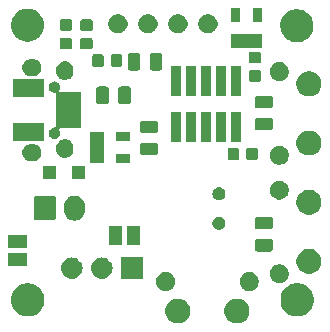
<source format=gbr>
G04 #@! TF.GenerationSoftware,KiCad,Pcbnew,(5.0.1)-rc2*
G04 #@! TF.CreationDate,2019-05-10T17:14:01-07:00*
G04 #@! TF.ProjectId,bullercounter,62756C6C6572636F756E7465722E6B69,rev?*
G04 #@! TF.SameCoordinates,Original*
G04 #@! TF.FileFunction,Soldermask,Top*
G04 #@! TF.FilePolarity,Negative*
%FSLAX46Y46*%
G04 Gerber Fmt 4.6, Leading zero omitted, Abs format (unit mm)*
G04 Created by KiCad (PCBNEW (5.0.1)-rc2) date 5/10/2019 5:14:01 PM*
%MOMM*%
%LPD*%
G01*
G04 APERTURE LIST*
%ADD10C,0.100000*%
G04 APERTURE END LIST*
D10*
G36*
X199950565Y-128105209D02*
X200141834Y-128184435D01*
X200313976Y-128299457D01*
X200460363Y-128445844D01*
X200575385Y-128617986D01*
X200654611Y-128809255D01*
X200695000Y-129012304D01*
X200695000Y-129219336D01*
X200654611Y-129422385D01*
X200575385Y-129613654D01*
X200460363Y-129785796D01*
X200313976Y-129932183D01*
X200141834Y-130047205D01*
X199950565Y-130126431D01*
X199747516Y-130166820D01*
X199540484Y-130166820D01*
X199337435Y-130126431D01*
X199146166Y-130047205D01*
X198974024Y-129932183D01*
X198827637Y-129785796D01*
X198712615Y-129613654D01*
X198633389Y-129422385D01*
X198593000Y-129219336D01*
X198593000Y-129012304D01*
X198633389Y-128809255D01*
X198712615Y-128617986D01*
X198827637Y-128445844D01*
X198974024Y-128299457D01*
X199146166Y-128184435D01*
X199337435Y-128105209D01*
X199540484Y-128064820D01*
X199747516Y-128064820D01*
X199950565Y-128105209D01*
X199950565Y-128105209D01*
G37*
G36*
X194950565Y-128105209D02*
X195141834Y-128184435D01*
X195313976Y-128299457D01*
X195460363Y-128445844D01*
X195575385Y-128617986D01*
X195654611Y-128809255D01*
X195695000Y-129012304D01*
X195695000Y-129219336D01*
X195654611Y-129422385D01*
X195575385Y-129613654D01*
X195460363Y-129785796D01*
X195313976Y-129932183D01*
X195141834Y-130047205D01*
X194950565Y-130126431D01*
X194747516Y-130166820D01*
X194540484Y-130166820D01*
X194337435Y-130126431D01*
X194146166Y-130047205D01*
X193974024Y-129932183D01*
X193827637Y-129785796D01*
X193712615Y-129613654D01*
X193633389Y-129422385D01*
X193593000Y-129219336D01*
X193593000Y-129012304D01*
X193633389Y-128809255D01*
X193712615Y-128617986D01*
X193827637Y-128445844D01*
X193974024Y-128299457D01*
X194146166Y-128184435D01*
X194337435Y-128105209D01*
X194540484Y-128064820D01*
X194747516Y-128064820D01*
X194950565Y-128105209D01*
X194950565Y-128105209D01*
G37*
G36*
X182256093Y-126803293D02*
X182346317Y-126821239D01*
X182414455Y-126849463D01*
X182601281Y-126926849D01*
X182830749Y-127080174D01*
X183025886Y-127275311D01*
X183179211Y-127504779D01*
X183284821Y-127759744D01*
X183338660Y-128030412D01*
X183338660Y-128306388D01*
X183284821Y-128577056D01*
X183179211Y-128832021D01*
X183025886Y-129061489D01*
X182830749Y-129256626D01*
X182601281Y-129409951D01*
X182451927Y-129471815D01*
X182346317Y-129515561D01*
X182256093Y-129533507D01*
X182075648Y-129569400D01*
X181799672Y-129569400D01*
X181619227Y-129533507D01*
X181529003Y-129515561D01*
X181423393Y-129471815D01*
X181274039Y-129409951D01*
X181044571Y-129256626D01*
X180849434Y-129061489D01*
X180696109Y-128832021D01*
X180590499Y-128577056D01*
X180536660Y-128306388D01*
X180536660Y-128030412D01*
X180590499Y-127759744D01*
X180696109Y-127504779D01*
X180849434Y-127275311D01*
X181044571Y-127080174D01*
X181274039Y-126926849D01*
X181460865Y-126849463D01*
X181529003Y-126821239D01*
X181619227Y-126803293D01*
X181799672Y-126767400D01*
X182075648Y-126767400D01*
X182256093Y-126803293D01*
X182256093Y-126803293D01*
G37*
G36*
X205057673Y-126803293D02*
X205147897Y-126821239D01*
X205216035Y-126849463D01*
X205402861Y-126926849D01*
X205632329Y-127080174D01*
X205827466Y-127275311D01*
X205980791Y-127504779D01*
X206086401Y-127759744D01*
X206140240Y-128030412D01*
X206140240Y-128306388D01*
X206086401Y-128577056D01*
X205980791Y-128832021D01*
X205827466Y-129061489D01*
X205632329Y-129256626D01*
X205402861Y-129409951D01*
X205253507Y-129471815D01*
X205147897Y-129515561D01*
X205057673Y-129533507D01*
X204877228Y-129569400D01*
X204601252Y-129569400D01*
X204420807Y-129533507D01*
X204330583Y-129515561D01*
X204224973Y-129471815D01*
X204075619Y-129409951D01*
X203846151Y-129256626D01*
X203651014Y-129061489D01*
X203497689Y-128832021D01*
X203392079Y-128577056D01*
X203338240Y-128306388D01*
X203338240Y-128030412D01*
X203392079Y-127759744D01*
X203497689Y-127504779D01*
X203651014Y-127275311D01*
X203846151Y-127080174D01*
X204075619Y-126926849D01*
X204262445Y-126849463D01*
X204330583Y-126821239D01*
X204420807Y-126803293D01*
X204601252Y-126767400D01*
X204877228Y-126767400D01*
X205057673Y-126803293D01*
X205057673Y-126803293D01*
G37*
G36*
X200917643Y-125845601D02*
X201063415Y-125905982D01*
X201194611Y-125993644D01*
X201306176Y-126105209D01*
X201393838Y-126236405D01*
X201454219Y-126382177D01*
X201485000Y-126536927D01*
X201485000Y-126694713D01*
X201454219Y-126849463D01*
X201393838Y-126995235D01*
X201306176Y-127126431D01*
X201194611Y-127237996D01*
X201063415Y-127325658D01*
X200917643Y-127386039D01*
X200762893Y-127416820D01*
X200605107Y-127416820D01*
X200450357Y-127386039D01*
X200304585Y-127325658D01*
X200173389Y-127237996D01*
X200061824Y-127126431D01*
X199974162Y-126995235D01*
X199913781Y-126849463D01*
X199883000Y-126694713D01*
X199883000Y-126536927D01*
X199913781Y-126382177D01*
X199974162Y-126236405D01*
X200061824Y-126105209D01*
X200173389Y-125993644D01*
X200304585Y-125905982D01*
X200450357Y-125845601D01*
X200605107Y-125814820D01*
X200762893Y-125814820D01*
X200917643Y-125845601D01*
X200917643Y-125845601D01*
G37*
G36*
X193837643Y-125845601D02*
X193983415Y-125905982D01*
X194114611Y-125993644D01*
X194226176Y-126105209D01*
X194313838Y-126236405D01*
X194374219Y-126382177D01*
X194405000Y-126536927D01*
X194405000Y-126694713D01*
X194374219Y-126849463D01*
X194313838Y-126995235D01*
X194226176Y-127126431D01*
X194114611Y-127237996D01*
X193983415Y-127325658D01*
X193837643Y-127386039D01*
X193682893Y-127416820D01*
X193525107Y-127416820D01*
X193370357Y-127386039D01*
X193224585Y-127325658D01*
X193093389Y-127237996D01*
X192981824Y-127126431D01*
X192894162Y-126995235D01*
X192833781Y-126849463D01*
X192803000Y-126694713D01*
X192803000Y-126536927D01*
X192833781Y-126382177D01*
X192894162Y-126236405D01*
X192981824Y-126105209D01*
X193093389Y-125993644D01*
X193224585Y-125905982D01*
X193370357Y-125845601D01*
X193525107Y-125814820D01*
X193682893Y-125814820D01*
X193837643Y-125845601D01*
X193837643Y-125845601D01*
G37*
G36*
X203473643Y-125181781D02*
X203619415Y-125242162D01*
X203750611Y-125329824D01*
X203862176Y-125441389D01*
X203949838Y-125572585D01*
X204010219Y-125718357D01*
X204041000Y-125873107D01*
X204041000Y-126030893D01*
X204010219Y-126185643D01*
X203949838Y-126331415D01*
X203862176Y-126462611D01*
X203750611Y-126574176D01*
X203619415Y-126661838D01*
X203473643Y-126722219D01*
X203318893Y-126753000D01*
X203161107Y-126753000D01*
X203006357Y-126722219D01*
X202860585Y-126661838D01*
X202729389Y-126574176D01*
X202617824Y-126462611D01*
X202530162Y-126331415D01*
X202469781Y-126185643D01*
X202439000Y-126030893D01*
X202439000Y-125873107D01*
X202469781Y-125718357D01*
X202530162Y-125572585D01*
X202617824Y-125441389D01*
X202729389Y-125329824D01*
X202860585Y-125242162D01*
X203006357Y-125181781D01*
X203161107Y-125151000D01*
X203318893Y-125151000D01*
X203473643Y-125181781D01*
X203473643Y-125181781D01*
G37*
G36*
X185784443Y-124581519D02*
X185850627Y-124588037D01*
X185963853Y-124622384D01*
X186020467Y-124639557D01*
X186159087Y-124713652D01*
X186176991Y-124723222D01*
X186212729Y-124752552D01*
X186314186Y-124835814D01*
X186397448Y-124937271D01*
X186426778Y-124973009D01*
X186426779Y-124973011D01*
X186510443Y-125129533D01*
X186510443Y-125129534D01*
X186561963Y-125299373D01*
X186579359Y-125476000D01*
X186561963Y-125652627D01*
X186542024Y-125718357D01*
X186510443Y-125822467D01*
X186465802Y-125905983D01*
X186426778Y-125978991D01*
X186397448Y-126014729D01*
X186314186Y-126116186D01*
X186229551Y-126185643D01*
X186176991Y-126228778D01*
X186176989Y-126228779D01*
X186020467Y-126312443D01*
X185963853Y-126329616D01*
X185850627Y-126363963D01*
X185784442Y-126370482D01*
X185718260Y-126377000D01*
X185629740Y-126377000D01*
X185563558Y-126370482D01*
X185497373Y-126363963D01*
X185384147Y-126329616D01*
X185327533Y-126312443D01*
X185171011Y-126228779D01*
X185171009Y-126228778D01*
X185118449Y-126185643D01*
X185033814Y-126116186D01*
X184950552Y-126014729D01*
X184921222Y-125978991D01*
X184882198Y-125905983D01*
X184837557Y-125822467D01*
X184805976Y-125718357D01*
X184786037Y-125652627D01*
X184768641Y-125476000D01*
X184786037Y-125299373D01*
X184837557Y-125129534D01*
X184837557Y-125129533D01*
X184921221Y-124973011D01*
X184921222Y-124973009D01*
X184950552Y-124937271D01*
X185033814Y-124835814D01*
X185135271Y-124752552D01*
X185171009Y-124723222D01*
X185188913Y-124713652D01*
X185327533Y-124639557D01*
X185384147Y-124622384D01*
X185497373Y-124588037D01*
X185563557Y-124581519D01*
X185629740Y-124575000D01*
X185718260Y-124575000D01*
X185784443Y-124581519D01*
X185784443Y-124581519D01*
G37*
G36*
X191655000Y-126377000D02*
X189853000Y-126377000D01*
X189853000Y-124575000D01*
X191655000Y-124575000D01*
X191655000Y-126377000D01*
X191655000Y-126377000D01*
G37*
G36*
X188324443Y-124581519D02*
X188390627Y-124588037D01*
X188503853Y-124622384D01*
X188560467Y-124639557D01*
X188699087Y-124713652D01*
X188716991Y-124723222D01*
X188752729Y-124752552D01*
X188854186Y-124835814D01*
X188937448Y-124937271D01*
X188966778Y-124973009D01*
X188966779Y-124973011D01*
X189050443Y-125129533D01*
X189050443Y-125129534D01*
X189101963Y-125299373D01*
X189119359Y-125476000D01*
X189101963Y-125652627D01*
X189082024Y-125718357D01*
X189050443Y-125822467D01*
X189005802Y-125905983D01*
X188966778Y-125978991D01*
X188937448Y-126014729D01*
X188854186Y-126116186D01*
X188769551Y-126185643D01*
X188716991Y-126228778D01*
X188716989Y-126228779D01*
X188560467Y-126312443D01*
X188503853Y-126329616D01*
X188390627Y-126363963D01*
X188324442Y-126370482D01*
X188258260Y-126377000D01*
X188169740Y-126377000D01*
X188103558Y-126370482D01*
X188037373Y-126363963D01*
X187924147Y-126329616D01*
X187867533Y-126312443D01*
X187711011Y-126228779D01*
X187711009Y-126228778D01*
X187658449Y-126185643D01*
X187573814Y-126116186D01*
X187490552Y-126014729D01*
X187461222Y-125978991D01*
X187422198Y-125905983D01*
X187377557Y-125822467D01*
X187345976Y-125718357D01*
X187326037Y-125652627D01*
X187308641Y-125476000D01*
X187326037Y-125299373D01*
X187377557Y-125129534D01*
X187377557Y-125129533D01*
X187461221Y-124973011D01*
X187461222Y-124973009D01*
X187490552Y-124937271D01*
X187573814Y-124835814D01*
X187675271Y-124752552D01*
X187711009Y-124723222D01*
X187728913Y-124713652D01*
X187867533Y-124639557D01*
X187924147Y-124622384D01*
X188037373Y-124588037D01*
X188103557Y-124581519D01*
X188169740Y-124575000D01*
X188258260Y-124575000D01*
X188324443Y-124581519D01*
X188324443Y-124581519D01*
G37*
G36*
X206046565Y-123901389D02*
X206237834Y-123980615D01*
X206409976Y-124095637D01*
X206556363Y-124242024D01*
X206671385Y-124414166D01*
X206750611Y-124605435D01*
X206791000Y-124808484D01*
X206791000Y-125015516D01*
X206750611Y-125218565D01*
X206671385Y-125409834D01*
X206556363Y-125581976D01*
X206409976Y-125728363D01*
X206237834Y-125843385D01*
X206046565Y-125922611D01*
X205843516Y-125963000D01*
X205636484Y-125963000D01*
X205433435Y-125922611D01*
X205242166Y-125843385D01*
X205070024Y-125728363D01*
X204923637Y-125581976D01*
X204808615Y-125409834D01*
X204729389Y-125218565D01*
X204689000Y-125015516D01*
X204689000Y-124808484D01*
X204729389Y-124605435D01*
X204808615Y-124414166D01*
X204923637Y-124242024D01*
X205070024Y-124095637D01*
X205242166Y-123980615D01*
X205433435Y-123901389D01*
X205636484Y-123861000D01*
X205843516Y-123861000D01*
X206046565Y-123901389D01*
X206046565Y-123901389D01*
G37*
G36*
X181903000Y-125265000D02*
X180301000Y-125265000D01*
X180301000Y-124163000D01*
X181903000Y-124163000D01*
X181903000Y-125265000D01*
X181903000Y-125265000D01*
G37*
G36*
X202514466Y-123007065D02*
X202553137Y-123018796D01*
X202588779Y-123037848D01*
X202620017Y-123063483D01*
X202645652Y-123094721D01*
X202664704Y-123130363D01*
X202676435Y-123169034D01*
X202681000Y-123215388D01*
X202681000Y-123866612D01*
X202676435Y-123912966D01*
X202664704Y-123951637D01*
X202645652Y-123987279D01*
X202620017Y-124018517D01*
X202588779Y-124044152D01*
X202553137Y-124063204D01*
X202514466Y-124074935D01*
X202468112Y-124079500D01*
X201391888Y-124079500D01*
X201345534Y-124074935D01*
X201306863Y-124063204D01*
X201271221Y-124044152D01*
X201239983Y-124018517D01*
X201214348Y-123987279D01*
X201195296Y-123951637D01*
X201183565Y-123912966D01*
X201179000Y-123866612D01*
X201179000Y-123215388D01*
X201183565Y-123169034D01*
X201195296Y-123130363D01*
X201214348Y-123094721D01*
X201239983Y-123063483D01*
X201271221Y-123037848D01*
X201306863Y-123018796D01*
X201345534Y-123007065D01*
X201391888Y-123002500D01*
X202468112Y-123002500D01*
X202514466Y-123007065D01*
X202514466Y-123007065D01*
G37*
G36*
X181903000Y-123765000D02*
X180301000Y-123765000D01*
X180301000Y-122663000D01*
X181903000Y-122663000D01*
X181903000Y-123765000D01*
X181903000Y-123765000D01*
G37*
G36*
X191432000Y-123483000D02*
X190330000Y-123483000D01*
X190330000Y-121881000D01*
X191432000Y-121881000D01*
X191432000Y-123483000D01*
X191432000Y-123483000D01*
G37*
G36*
X189932000Y-123483000D02*
X188830000Y-123483000D01*
X188830000Y-121881000D01*
X189932000Y-121881000D01*
X189932000Y-123483000D01*
X189932000Y-123483000D01*
G37*
G36*
X198280721Y-121136174D02*
X198380995Y-121177709D01*
X198471245Y-121238012D01*
X198547988Y-121314755D01*
X198608291Y-121405005D01*
X198649826Y-121505279D01*
X198671000Y-121611730D01*
X198671000Y-121720270D01*
X198649826Y-121826721D01*
X198608291Y-121926995D01*
X198547988Y-122017245D01*
X198471245Y-122093988D01*
X198380995Y-122154291D01*
X198280721Y-122195826D01*
X198174270Y-122217000D01*
X198065730Y-122217000D01*
X197959279Y-122195826D01*
X197859005Y-122154291D01*
X197768755Y-122093988D01*
X197692012Y-122017245D01*
X197631709Y-121926995D01*
X197590174Y-121826721D01*
X197569000Y-121720270D01*
X197569000Y-121611730D01*
X197590174Y-121505279D01*
X197631709Y-121405005D01*
X197692012Y-121314755D01*
X197768755Y-121238012D01*
X197859005Y-121177709D01*
X197959279Y-121136174D01*
X198065730Y-121115000D01*
X198174270Y-121115000D01*
X198280721Y-121136174D01*
X198280721Y-121136174D01*
G37*
G36*
X202514466Y-121132065D02*
X202553137Y-121143796D01*
X202588779Y-121162848D01*
X202620017Y-121188483D01*
X202645652Y-121219721D01*
X202664704Y-121255363D01*
X202676435Y-121294034D01*
X202681000Y-121340388D01*
X202681000Y-121991612D01*
X202676435Y-122037966D01*
X202664704Y-122076637D01*
X202645652Y-122112279D01*
X202620017Y-122143517D01*
X202588779Y-122169152D01*
X202553137Y-122188204D01*
X202514466Y-122199935D01*
X202468112Y-122204500D01*
X201391888Y-122204500D01*
X201345534Y-122199935D01*
X201306863Y-122188204D01*
X201271221Y-122169152D01*
X201239983Y-122143517D01*
X201214348Y-122112279D01*
X201195296Y-122076637D01*
X201183565Y-122037966D01*
X201179000Y-121991612D01*
X201179000Y-121340388D01*
X201183565Y-121294034D01*
X201195296Y-121255363D01*
X201214348Y-121219721D01*
X201239983Y-121188483D01*
X201271221Y-121162848D01*
X201306863Y-121143796D01*
X201345534Y-121132065D01*
X201391888Y-121127500D01*
X202468112Y-121127500D01*
X202514466Y-121132065D01*
X202514466Y-121132065D01*
G37*
G36*
X186064626Y-119358037D02*
X186177852Y-119392384D01*
X186234466Y-119409557D01*
X186390989Y-119493221D01*
X186528186Y-119605814D01*
X186567969Y-119654291D01*
X186640778Y-119743009D01*
X186640779Y-119743011D01*
X186724443Y-119899533D01*
X186741616Y-119956147D01*
X186775963Y-120069373D01*
X186789000Y-120201742D01*
X186789000Y-120590257D01*
X186775963Y-120722626D01*
X186724443Y-120892466D01*
X186640778Y-121048991D01*
X186640777Y-121048992D01*
X186528186Y-121186186D01*
X186453884Y-121247163D01*
X186390991Y-121298778D01*
X186390989Y-121298779D01*
X186234467Y-121382443D01*
X186193734Y-121394799D01*
X186064627Y-121433963D01*
X185888000Y-121451359D01*
X185711374Y-121433963D01*
X185582267Y-121394799D01*
X185541534Y-121382443D01*
X185385012Y-121298779D01*
X185385010Y-121298778D01*
X185288679Y-121219721D01*
X185247812Y-121186183D01*
X185135222Y-121048992D01*
X185051557Y-120892467D01*
X185001778Y-120728365D01*
X185000037Y-120722627D01*
X184987000Y-120590258D01*
X184987000Y-120201743D01*
X185000037Y-120069374D01*
X185051557Y-119899535D01*
X185051557Y-119899534D01*
X185135221Y-119743011D01*
X185247814Y-119605814D01*
X185355741Y-119517242D01*
X185385009Y-119493222D01*
X185402913Y-119483652D01*
X185541533Y-119409557D01*
X185598147Y-119392384D01*
X185711373Y-119358037D01*
X185888000Y-119340641D01*
X186064626Y-119358037D01*
X186064626Y-119358037D01*
G37*
G36*
X184146600Y-119348989D02*
X184179649Y-119359014D01*
X184210106Y-119375294D01*
X184236799Y-119397201D01*
X184258706Y-119423894D01*
X184274986Y-119454351D01*
X184285011Y-119487400D01*
X184289000Y-119527904D01*
X184289000Y-121264096D01*
X184285011Y-121304600D01*
X184274986Y-121337649D01*
X184258706Y-121368106D01*
X184236799Y-121394799D01*
X184210106Y-121416706D01*
X184179649Y-121432986D01*
X184146600Y-121443011D01*
X184106096Y-121447000D01*
X182669904Y-121447000D01*
X182629400Y-121443011D01*
X182596351Y-121432986D01*
X182565894Y-121416706D01*
X182539201Y-121394799D01*
X182517294Y-121368106D01*
X182501014Y-121337649D01*
X182490989Y-121304600D01*
X182487000Y-121264096D01*
X182487000Y-119527904D01*
X182490989Y-119487400D01*
X182501014Y-119454351D01*
X182517294Y-119423894D01*
X182539201Y-119397201D01*
X182565894Y-119375294D01*
X182596351Y-119359014D01*
X182629400Y-119348989D01*
X182669904Y-119345000D01*
X184106096Y-119345000D01*
X184146600Y-119348989D01*
X184146600Y-119348989D01*
G37*
G36*
X206046565Y-118901389D02*
X206237834Y-118980615D01*
X206409976Y-119095637D01*
X206556363Y-119242024D01*
X206671385Y-119414166D01*
X206750611Y-119605435D01*
X206791000Y-119808484D01*
X206791000Y-120015516D01*
X206750611Y-120218565D01*
X206671385Y-120409834D01*
X206556363Y-120581976D01*
X206409976Y-120728363D01*
X206237834Y-120843385D01*
X206046565Y-120922611D01*
X205843516Y-120963000D01*
X205636484Y-120963000D01*
X205433435Y-120922611D01*
X205242166Y-120843385D01*
X205070024Y-120728363D01*
X204923637Y-120581976D01*
X204808615Y-120409834D01*
X204729389Y-120218565D01*
X204689000Y-120015516D01*
X204689000Y-119808484D01*
X204729389Y-119605435D01*
X204808615Y-119414166D01*
X204923637Y-119242024D01*
X205070024Y-119095637D01*
X205242166Y-118980615D01*
X205433435Y-118901389D01*
X205636484Y-118861000D01*
X205843516Y-118861000D01*
X206046565Y-118901389D01*
X206046565Y-118901389D01*
G37*
G36*
X198280721Y-118636174D02*
X198380995Y-118677709D01*
X198471245Y-118738012D01*
X198547988Y-118814755D01*
X198608291Y-118905005D01*
X198649826Y-119005279D01*
X198671000Y-119111730D01*
X198671000Y-119220270D01*
X198649826Y-119326721D01*
X198608291Y-119426995D01*
X198547988Y-119517245D01*
X198471245Y-119593988D01*
X198380995Y-119654291D01*
X198280721Y-119695826D01*
X198174270Y-119717000D01*
X198065730Y-119717000D01*
X197959279Y-119695826D01*
X197859005Y-119654291D01*
X197768755Y-119593988D01*
X197692012Y-119517245D01*
X197631709Y-119426995D01*
X197590174Y-119326721D01*
X197569000Y-119220270D01*
X197569000Y-119111730D01*
X197590174Y-119005279D01*
X197631709Y-118905005D01*
X197692012Y-118814755D01*
X197768755Y-118738012D01*
X197859005Y-118677709D01*
X197959279Y-118636174D01*
X198065730Y-118615000D01*
X198174270Y-118615000D01*
X198280721Y-118636174D01*
X198280721Y-118636174D01*
G37*
G36*
X203473643Y-118101781D02*
X203619415Y-118162162D01*
X203750611Y-118249824D01*
X203862176Y-118361389D01*
X203949838Y-118492585D01*
X204010219Y-118638357D01*
X204041000Y-118793107D01*
X204041000Y-118950893D01*
X204010219Y-119105643D01*
X203949838Y-119251415D01*
X203862176Y-119382611D01*
X203750611Y-119494176D01*
X203619415Y-119581838D01*
X203473643Y-119642219D01*
X203318893Y-119673000D01*
X203161107Y-119673000D01*
X203006357Y-119642219D01*
X202860585Y-119581838D01*
X202729389Y-119494176D01*
X202617824Y-119382611D01*
X202530162Y-119251415D01*
X202469781Y-119105643D01*
X202439000Y-118950893D01*
X202439000Y-118793107D01*
X202469781Y-118638357D01*
X202530162Y-118492585D01*
X202617824Y-118361389D01*
X202729389Y-118249824D01*
X202860585Y-118162162D01*
X203006357Y-118101781D01*
X203161107Y-118071000D01*
X203318893Y-118071000D01*
X203473643Y-118101781D01*
X203473643Y-118101781D01*
G37*
G36*
X184301000Y-117951000D02*
X183199000Y-117951000D01*
X183199000Y-116849000D01*
X184301000Y-116849000D01*
X184301000Y-117951000D01*
X184301000Y-117951000D01*
G37*
G36*
X186801000Y-117951000D02*
X185699000Y-117951000D01*
X185699000Y-116849000D01*
X186801000Y-116849000D01*
X186801000Y-117951000D01*
X186801000Y-117951000D01*
G37*
G36*
X203473643Y-115148781D02*
X203619415Y-115209162D01*
X203750611Y-115296824D01*
X203862176Y-115408389D01*
X203949838Y-115539585D01*
X204010219Y-115685357D01*
X204041000Y-115840107D01*
X204041000Y-115997893D01*
X204010219Y-116152643D01*
X203949838Y-116298415D01*
X203862176Y-116429611D01*
X203750611Y-116541176D01*
X203619415Y-116628838D01*
X203473643Y-116689219D01*
X203318893Y-116720000D01*
X203161107Y-116720000D01*
X203006357Y-116689219D01*
X202860585Y-116628838D01*
X202729389Y-116541176D01*
X202617824Y-116429611D01*
X202530162Y-116298415D01*
X202469781Y-116152643D01*
X202439000Y-115997893D01*
X202439000Y-115840107D01*
X202469781Y-115685357D01*
X202530162Y-115539585D01*
X202617824Y-115408389D01*
X202729389Y-115296824D01*
X202860585Y-115209162D01*
X203006357Y-115148781D01*
X203161107Y-115118000D01*
X203318893Y-115118000D01*
X203473643Y-115148781D01*
X203473643Y-115148781D01*
G37*
G36*
X188381000Y-116576000D02*
X187219000Y-116576000D01*
X187219000Y-113924000D01*
X188381000Y-113924000D01*
X188381000Y-116576000D01*
X188381000Y-116576000D01*
G37*
G36*
X190581000Y-116576000D02*
X189419000Y-116576000D01*
X189419000Y-115824000D01*
X190581000Y-115824000D01*
X190581000Y-116576000D01*
X190581000Y-116576000D01*
G37*
G36*
X182404991Y-114973101D02*
X182490321Y-114981505D01*
X182627172Y-115023019D01*
X182627174Y-115023020D01*
X182627177Y-115023021D01*
X182753296Y-115090432D01*
X182863843Y-115181157D01*
X182954568Y-115291704D01*
X183021979Y-115417823D01*
X183021980Y-115417826D01*
X183021981Y-115417828D01*
X183063495Y-115554679D01*
X183077512Y-115697000D01*
X183063495Y-115839321D01*
X183032091Y-115942843D01*
X183021979Y-115976177D01*
X182954568Y-116102296D01*
X182863843Y-116212843D01*
X182753296Y-116303568D01*
X182627177Y-116370979D01*
X182627174Y-116370980D01*
X182627172Y-116370981D01*
X182490321Y-116412495D01*
X182404991Y-116420899D01*
X182383660Y-116423000D01*
X182162340Y-116423000D01*
X182141009Y-116420899D01*
X182055679Y-116412495D01*
X181918828Y-116370981D01*
X181918826Y-116370980D01*
X181918823Y-116370979D01*
X181792704Y-116303568D01*
X181682157Y-116212843D01*
X181591432Y-116102296D01*
X181524021Y-115976177D01*
X181513909Y-115942843D01*
X181482505Y-115839321D01*
X181468488Y-115697000D01*
X181482505Y-115554679D01*
X181524019Y-115417828D01*
X181524020Y-115417826D01*
X181524021Y-115417823D01*
X181591432Y-115291704D01*
X181682157Y-115181157D01*
X181792704Y-115090432D01*
X181918823Y-115023021D01*
X181918826Y-115023020D01*
X181918828Y-115023019D01*
X182055679Y-114981505D01*
X182141009Y-114973101D01*
X182162340Y-114971000D01*
X182383660Y-114971000D01*
X182404991Y-114973101D01*
X182404991Y-114973101D01*
G37*
G36*
X201256091Y-115302085D02*
X201290069Y-115312393D01*
X201321387Y-115329133D01*
X201348839Y-115351661D01*
X201371367Y-115379113D01*
X201388107Y-115410431D01*
X201398415Y-115444409D01*
X201402500Y-115485890D01*
X201402500Y-116162110D01*
X201398415Y-116203591D01*
X201388107Y-116237569D01*
X201371367Y-116268887D01*
X201348839Y-116296339D01*
X201321387Y-116318867D01*
X201290069Y-116335607D01*
X201256091Y-116345915D01*
X201214610Y-116350000D01*
X200613390Y-116350000D01*
X200571909Y-116345915D01*
X200537931Y-116335607D01*
X200506613Y-116318867D01*
X200479161Y-116296339D01*
X200456633Y-116268887D01*
X200439893Y-116237569D01*
X200429585Y-116203591D01*
X200425500Y-116162110D01*
X200425500Y-115485890D01*
X200429585Y-115444409D01*
X200439893Y-115410431D01*
X200456633Y-115379113D01*
X200479161Y-115351661D01*
X200506613Y-115329133D01*
X200537931Y-115312393D01*
X200571909Y-115302085D01*
X200613390Y-115298000D01*
X201214610Y-115298000D01*
X201256091Y-115302085D01*
X201256091Y-115302085D01*
G37*
G36*
X199681091Y-115302085D02*
X199715069Y-115312393D01*
X199746387Y-115329133D01*
X199773839Y-115351661D01*
X199796367Y-115379113D01*
X199813107Y-115410431D01*
X199823415Y-115444409D01*
X199827500Y-115485890D01*
X199827500Y-116162110D01*
X199823415Y-116203591D01*
X199813107Y-116237569D01*
X199796367Y-116268887D01*
X199773839Y-116296339D01*
X199746387Y-116318867D01*
X199715069Y-116335607D01*
X199681091Y-116345915D01*
X199639610Y-116350000D01*
X199038390Y-116350000D01*
X198996909Y-116345915D01*
X198962931Y-116335607D01*
X198931613Y-116318867D01*
X198904161Y-116296339D01*
X198881633Y-116268887D01*
X198864893Y-116237569D01*
X198854585Y-116203591D01*
X198850500Y-116162110D01*
X198850500Y-115485890D01*
X198854585Y-115444409D01*
X198864893Y-115410431D01*
X198881633Y-115379113D01*
X198904161Y-115351661D01*
X198931613Y-115329133D01*
X198962931Y-115312393D01*
X198996909Y-115302085D01*
X199038390Y-115298000D01*
X199639610Y-115298000D01*
X199681091Y-115302085D01*
X199681091Y-115302085D01*
G37*
G36*
X185215321Y-114561505D02*
X185352172Y-114603019D01*
X185352174Y-114603020D01*
X185352177Y-114603021D01*
X185478296Y-114670432D01*
X185588843Y-114761157D01*
X185679565Y-114871701D01*
X185679567Y-114871705D01*
X185746981Y-114997829D01*
X185788495Y-115134680D01*
X185799000Y-115241342D01*
X185799000Y-115462659D01*
X185788495Y-115569321D01*
X185750259Y-115695365D01*
X185746979Y-115706177D01*
X185679568Y-115832296D01*
X185588843Y-115942843D01*
X185478295Y-116033568D01*
X185352176Y-116100979D01*
X185352173Y-116100980D01*
X185352171Y-116100981D01*
X185215320Y-116142495D01*
X185073000Y-116156512D01*
X184930679Y-116142495D01*
X184793828Y-116100981D01*
X184793826Y-116100980D01*
X184793823Y-116100979D01*
X184667704Y-116033568D01*
X184557157Y-115942843D01*
X184466432Y-115832295D01*
X184399021Y-115706176D01*
X184396237Y-115697000D01*
X184357505Y-115569320D01*
X184347000Y-115462658D01*
X184347000Y-115241341D01*
X184357505Y-115134679D01*
X184399019Y-114997828D01*
X184399020Y-114997826D01*
X184399021Y-114997823D01*
X184466432Y-114871704D01*
X184557157Y-114761157D01*
X184667705Y-114670432D01*
X184793824Y-114603021D01*
X184793827Y-114603020D01*
X184793829Y-114603019D01*
X184930680Y-114561505D01*
X185073000Y-114547488D01*
X185215321Y-114561505D01*
X185215321Y-114561505D01*
G37*
G36*
X192784466Y-114866065D02*
X192823137Y-114877796D01*
X192858779Y-114896848D01*
X192890017Y-114922483D01*
X192915652Y-114953721D01*
X192934704Y-114989363D01*
X192946435Y-115028034D01*
X192951000Y-115074388D01*
X192951000Y-115725612D01*
X192946435Y-115771966D01*
X192934704Y-115810637D01*
X192915652Y-115846279D01*
X192890017Y-115877517D01*
X192858779Y-115903152D01*
X192823137Y-115922204D01*
X192784466Y-115933935D01*
X192738112Y-115938500D01*
X191661888Y-115938500D01*
X191615534Y-115933935D01*
X191576863Y-115922204D01*
X191541221Y-115903152D01*
X191509983Y-115877517D01*
X191484348Y-115846279D01*
X191465296Y-115810637D01*
X191453565Y-115771966D01*
X191449000Y-115725612D01*
X191449000Y-115074388D01*
X191453565Y-115028034D01*
X191465296Y-114989363D01*
X191484348Y-114953721D01*
X191509983Y-114922483D01*
X191541221Y-114896848D01*
X191576863Y-114877796D01*
X191615534Y-114866065D01*
X191661888Y-114861500D01*
X192738112Y-114861500D01*
X192784466Y-114866065D01*
X192784466Y-114866065D01*
G37*
G36*
X206046565Y-113868389D02*
X206237834Y-113947615D01*
X206409976Y-114062637D01*
X206556363Y-114209024D01*
X206671385Y-114381166D01*
X206750611Y-114572435D01*
X206791000Y-114775484D01*
X206791000Y-114982516D01*
X206750611Y-115185565D01*
X206671385Y-115376834D01*
X206556363Y-115548976D01*
X206409976Y-115695363D01*
X206237834Y-115810385D01*
X206046565Y-115889611D01*
X205843516Y-115930000D01*
X205636484Y-115930000D01*
X205433435Y-115889611D01*
X205242166Y-115810385D01*
X205070024Y-115695363D01*
X204923637Y-115548976D01*
X204808615Y-115376834D01*
X204729389Y-115185565D01*
X204689000Y-114982516D01*
X204689000Y-114775484D01*
X204729389Y-114572435D01*
X204808615Y-114381166D01*
X204923637Y-114209024D01*
X205070024Y-114062637D01*
X205242166Y-113947615D01*
X205433435Y-113868389D01*
X205636484Y-113828000D01*
X205843516Y-113828000D01*
X206046565Y-113868389D01*
X206046565Y-113868389D01*
G37*
G36*
X194881000Y-114801000D02*
X194039000Y-114801000D01*
X194039000Y-112299000D01*
X194881000Y-112299000D01*
X194881000Y-114801000D01*
X194881000Y-114801000D01*
G37*
G36*
X196151000Y-114801000D02*
X195309000Y-114801000D01*
X195309000Y-112299000D01*
X196151000Y-112299000D01*
X196151000Y-114801000D01*
X196151000Y-114801000D01*
G37*
G36*
X197421000Y-114801000D02*
X196579000Y-114801000D01*
X196579000Y-112299000D01*
X197421000Y-112299000D01*
X197421000Y-114801000D01*
X197421000Y-114801000D01*
G37*
G36*
X198691000Y-114801000D02*
X197849000Y-114801000D01*
X197849000Y-112299000D01*
X198691000Y-112299000D01*
X198691000Y-114801000D01*
X198691000Y-114801000D01*
G37*
G36*
X199961000Y-114801000D02*
X199119000Y-114801000D01*
X199119000Y-112299000D01*
X199961000Y-112299000D01*
X199961000Y-114801000D01*
X199961000Y-114801000D01*
G37*
G36*
X183304000Y-114718000D02*
X180702000Y-114718000D01*
X180702000Y-113186000D01*
X183304000Y-113186000D01*
X183304000Y-114718000D01*
X183304000Y-114718000D01*
G37*
G36*
X190581000Y-114676000D02*
X189419000Y-114676000D01*
X189419000Y-113924000D01*
X190581000Y-113924000D01*
X190581000Y-114676000D01*
X190581000Y-114676000D01*
G37*
G36*
X184311841Y-109689292D02*
X184311843Y-109689293D01*
X184311844Y-109689293D01*
X184398470Y-109725174D01*
X184398471Y-109725175D01*
X184476435Y-109777269D01*
X184542731Y-109843565D01*
X184542733Y-109843568D01*
X184594826Y-109921530D01*
X184630707Y-110008156D01*
X184630708Y-110008159D01*
X184649000Y-110100117D01*
X184649000Y-110193883D01*
X184642440Y-110226863D01*
X184630707Y-110285844D01*
X184596574Y-110368250D01*
X184592467Y-110378164D01*
X184585354Y-110401614D01*
X184582952Y-110426000D01*
X184585354Y-110450386D01*
X184592467Y-110473835D01*
X184604018Y-110495446D01*
X184619564Y-110514388D01*
X184638506Y-110529934D01*
X184660116Y-110541485D01*
X184683566Y-110548598D01*
X184707952Y-110551000D01*
X186454000Y-110551000D01*
X186454000Y-113653000D01*
X184712094Y-113653000D01*
X184687708Y-113655402D01*
X184664259Y-113662515D01*
X184642648Y-113674066D01*
X184623706Y-113689612D01*
X184608160Y-113708554D01*
X184596609Y-113730165D01*
X184589496Y-113753614D01*
X184587094Y-113778000D01*
X184589496Y-113802386D01*
X184596607Y-113825831D01*
X184626072Y-113896966D01*
X184630708Y-113908159D01*
X184645921Y-113984639D01*
X184649000Y-114000118D01*
X184649000Y-114093882D01*
X184630707Y-114185844D01*
X184594826Y-114272470D01*
X184594825Y-114272471D01*
X184542731Y-114350435D01*
X184476435Y-114416731D01*
X184476432Y-114416733D01*
X184398470Y-114468826D01*
X184311844Y-114504707D01*
X184311843Y-114504707D01*
X184311841Y-114504708D01*
X184219883Y-114523000D01*
X184126117Y-114523000D01*
X184034159Y-114504708D01*
X184034157Y-114504707D01*
X184034156Y-114504707D01*
X183947530Y-114468826D01*
X183869568Y-114416733D01*
X183869565Y-114416731D01*
X183803269Y-114350435D01*
X183751175Y-114272471D01*
X183751174Y-114272470D01*
X183715293Y-114185844D01*
X183697000Y-114093882D01*
X183697000Y-114000118D01*
X183700079Y-113984639D01*
X183715292Y-113908159D01*
X183719928Y-113896966D01*
X183751174Y-113821530D01*
X183803267Y-113743568D01*
X183803269Y-113743565D01*
X183869565Y-113677269D01*
X183947529Y-113625175D01*
X183947530Y-113625174D01*
X184034156Y-113589293D01*
X184034157Y-113589293D01*
X184034159Y-113589292D01*
X184126117Y-113571000D01*
X184227000Y-113571000D01*
X184251386Y-113568598D01*
X184274835Y-113561485D01*
X184296446Y-113549934D01*
X184315388Y-113534388D01*
X184330934Y-113515446D01*
X184342485Y-113493835D01*
X184349598Y-113470386D01*
X184352000Y-113446000D01*
X184352000Y-110748000D01*
X184349598Y-110723614D01*
X184342485Y-110700165D01*
X184330934Y-110678554D01*
X184315388Y-110659612D01*
X184296446Y-110644066D01*
X184274835Y-110632515D01*
X184251386Y-110625402D01*
X184227000Y-110623000D01*
X184126117Y-110623000D01*
X184034159Y-110604708D01*
X184034157Y-110604707D01*
X184034156Y-110604707D01*
X183947530Y-110568826D01*
X183869568Y-110516733D01*
X183869565Y-110516731D01*
X183803269Y-110450435D01*
X183751175Y-110372471D01*
X183751174Y-110372470D01*
X183715293Y-110285844D01*
X183703561Y-110226863D01*
X183697000Y-110193883D01*
X183697000Y-110100117D01*
X183715292Y-110008159D01*
X183715293Y-110008156D01*
X183751174Y-109921530D01*
X183803267Y-109843568D01*
X183803269Y-109843565D01*
X183869565Y-109777269D01*
X183947529Y-109725175D01*
X183947530Y-109725174D01*
X184034156Y-109689293D01*
X184034157Y-109689293D01*
X184034159Y-109689292D01*
X184126117Y-109671000D01*
X184219883Y-109671000D01*
X184311841Y-109689292D01*
X184311841Y-109689292D01*
G37*
G36*
X192784466Y-112991065D02*
X192823137Y-113002796D01*
X192858779Y-113021848D01*
X192890017Y-113047483D01*
X192915652Y-113078721D01*
X192934704Y-113114363D01*
X192946435Y-113153034D01*
X192951000Y-113199388D01*
X192951000Y-113850612D01*
X192946435Y-113896966D01*
X192934704Y-113935637D01*
X192915652Y-113971279D01*
X192890017Y-114002517D01*
X192858779Y-114028152D01*
X192823137Y-114047204D01*
X192784466Y-114058935D01*
X192738112Y-114063500D01*
X191661888Y-114063500D01*
X191615534Y-114058935D01*
X191576863Y-114047204D01*
X191541221Y-114028152D01*
X191509983Y-114002517D01*
X191484348Y-113971279D01*
X191465296Y-113935637D01*
X191453565Y-113896966D01*
X191449000Y-113850612D01*
X191449000Y-113199388D01*
X191453565Y-113153034D01*
X191465296Y-113114363D01*
X191484348Y-113078721D01*
X191509983Y-113047483D01*
X191541221Y-113021848D01*
X191576863Y-113002796D01*
X191615534Y-112991065D01*
X191661888Y-112986500D01*
X192738112Y-112986500D01*
X192784466Y-112991065D01*
X192784466Y-112991065D01*
G37*
G36*
X202514466Y-112750065D02*
X202553137Y-112761796D01*
X202588779Y-112780848D01*
X202620017Y-112806483D01*
X202645652Y-112837721D01*
X202664704Y-112873363D01*
X202676435Y-112912034D01*
X202681000Y-112958388D01*
X202681000Y-113609612D01*
X202676435Y-113655966D01*
X202664704Y-113694637D01*
X202645652Y-113730279D01*
X202620017Y-113761517D01*
X202588779Y-113787152D01*
X202553137Y-113806204D01*
X202514466Y-113817935D01*
X202468112Y-113822500D01*
X201391888Y-113822500D01*
X201345534Y-113817935D01*
X201306863Y-113806204D01*
X201271221Y-113787152D01*
X201239983Y-113761517D01*
X201214348Y-113730279D01*
X201195296Y-113694637D01*
X201183565Y-113655966D01*
X201179000Y-113609612D01*
X201179000Y-112958388D01*
X201183565Y-112912034D01*
X201195296Y-112873363D01*
X201214348Y-112837721D01*
X201239983Y-112806483D01*
X201271221Y-112780848D01*
X201306863Y-112761796D01*
X201345534Y-112750065D01*
X201391888Y-112745500D01*
X202468112Y-112745500D01*
X202514466Y-112750065D01*
X202514466Y-112750065D01*
G37*
G36*
X202514466Y-110875065D02*
X202553137Y-110886796D01*
X202588779Y-110905848D01*
X202620017Y-110931483D01*
X202645652Y-110962721D01*
X202664704Y-110998363D01*
X202676435Y-111037034D01*
X202681000Y-111083388D01*
X202681000Y-111734612D01*
X202676435Y-111780966D01*
X202664704Y-111819637D01*
X202645652Y-111855279D01*
X202620017Y-111886517D01*
X202588779Y-111912152D01*
X202553137Y-111931204D01*
X202514466Y-111942935D01*
X202468112Y-111947500D01*
X201391888Y-111947500D01*
X201345534Y-111942935D01*
X201306863Y-111931204D01*
X201271221Y-111912152D01*
X201239983Y-111886517D01*
X201214348Y-111855279D01*
X201195296Y-111819637D01*
X201183565Y-111780966D01*
X201179000Y-111734612D01*
X201179000Y-111083388D01*
X201183565Y-111037034D01*
X201195296Y-110998363D01*
X201214348Y-110962721D01*
X201239983Y-110931483D01*
X201271221Y-110905848D01*
X201306863Y-110886796D01*
X201345534Y-110875065D01*
X201391888Y-110870500D01*
X202468112Y-110870500D01*
X202514466Y-110875065D01*
X202514466Y-110875065D01*
G37*
G36*
X190521966Y-110103565D02*
X190560637Y-110115296D01*
X190596279Y-110134348D01*
X190627517Y-110159983D01*
X190653152Y-110191221D01*
X190672204Y-110226863D01*
X190683935Y-110265534D01*
X190688500Y-110311888D01*
X190688500Y-111388112D01*
X190683935Y-111434466D01*
X190672204Y-111473137D01*
X190653152Y-111508779D01*
X190627517Y-111540017D01*
X190596279Y-111565652D01*
X190560637Y-111584704D01*
X190521966Y-111596435D01*
X190475612Y-111601000D01*
X189824388Y-111601000D01*
X189778034Y-111596435D01*
X189739363Y-111584704D01*
X189703721Y-111565652D01*
X189672483Y-111540017D01*
X189646848Y-111508779D01*
X189627796Y-111473137D01*
X189616065Y-111434466D01*
X189611500Y-111388112D01*
X189611500Y-110311888D01*
X189616065Y-110265534D01*
X189627796Y-110226863D01*
X189646848Y-110191221D01*
X189672483Y-110159983D01*
X189703721Y-110134348D01*
X189739363Y-110115296D01*
X189778034Y-110103565D01*
X189824388Y-110099000D01*
X190475612Y-110099000D01*
X190521966Y-110103565D01*
X190521966Y-110103565D01*
G37*
G36*
X188646966Y-110103565D02*
X188685637Y-110115296D01*
X188721279Y-110134348D01*
X188752517Y-110159983D01*
X188778152Y-110191221D01*
X188797204Y-110226863D01*
X188808935Y-110265534D01*
X188813500Y-110311888D01*
X188813500Y-111388112D01*
X188808935Y-111434466D01*
X188797204Y-111473137D01*
X188778152Y-111508779D01*
X188752517Y-111540017D01*
X188721279Y-111565652D01*
X188685637Y-111584704D01*
X188646966Y-111596435D01*
X188600612Y-111601000D01*
X187949388Y-111601000D01*
X187903034Y-111596435D01*
X187864363Y-111584704D01*
X187828721Y-111565652D01*
X187797483Y-111540017D01*
X187771848Y-111508779D01*
X187752796Y-111473137D01*
X187741065Y-111434466D01*
X187736500Y-111388112D01*
X187736500Y-110311888D01*
X187741065Y-110265534D01*
X187752796Y-110226863D01*
X187771848Y-110191221D01*
X187797483Y-110159983D01*
X187828721Y-110134348D01*
X187864363Y-110115296D01*
X187903034Y-110103565D01*
X187949388Y-110099000D01*
X188600612Y-110099000D01*
X188646966Y-110103565D01*
X188646966Y-110103565D01*
G37*
G36*
X183304000Y-111033000D02*
X180702000Y-111033000D01*
X180702000Y-109501000D01*
X183304000Y-109501000D01*
X183304000Y-111033000D01*
X183304000Y-111033000D01*
G37*
G36*
X206046565Y-108868389D02*
X206237834Y-108947615D01*
X206409976Y-109062637D01*
X206556363Y-109209024D01*
X206671385Y-109381166D01*
X206750611Y-109572435D01*
X206791000Y-109775484D01*
X206791000Y-109982516D01*
X206750611Y-110185565D01*
X206671385Y-110376834D01*
X206556363Y-110548976D01*
X206409976Y-110695363D01*
X206237834Y-110810385D01*
X206046565Y-110889611D01*
X205843516Y-110930000D01*
X205636484Y-110930000D01*
X205433435Y-110889611D01*
X205242166Y-110810385D01*
X205070024Y-110695363D01*
X204923637Y-110548976D01*
X204808615Y-110376834D01*
X204729389Y-110185565D01*
X204689000Y-109982516D01*
X204689000Y-109775484D01*
X204729389Y-109572435D01*
X204808615Y-109381166D01*
X204923637Y-109209024D01*
X205070024Y-109062637D01*
X205242166Y-108947615D01*
X205433435Y-108868389D01*
X205636484Y-108828000D01*
X205843516Y-108828000D01*
X206046565Y-108868389D01*
X206046565Y-108868389D01*
G37*
G36*
X199961000Y-110901000D02*
X199119000Y-110901000D01*
X199119000Y-108399000D01*
X199961000Y-108399000D01*
X199961000Y-110901000D01*
X199961000Y-110901000D01*
G37*
G36*
X198691000Y-110901000D02*
X197849000Y-110901000D01*
X197849000Y-108399000D01*
X198691000Y-108399000D01*
X198691000Y-110901000D01*
X198691000Y-110901000D01*
G37*
G36*
X197421000Y-110901000D02*
X196579000Y-110901000D01*
X196579000Y-108399000D01*
X197421000Y-108399000D01*
X197421000Y-110901000D01*
X197421000Y-110901000D01*
G37*
G36*
X196151000Y-110901000D02*
X195309000Y-110901000D01*
X195309000Y-108399000D01*
X196151000Y-108399000D01*
X196151000Y-110901000D01*
X196151000Y-110901000D01*
G37*
G36*
X194881000Y-110901000D02*
X194039000Y-110901000D01*
X194039000Y-108399000D01*
X194881000Y-108399000D01*
X194881000Y-110901000D01*
X194881000Y-110901000D01*
G37*
G36*
X201547591Y-108735585D02*
X201581569Y-108745893D01*
X201612887Y-108762633D01*
X201640339Y-108785161D01*
X201662867Y-108812613D01*
X201679607Y-108843931D01*
X201689915Y-108877909D01*
X201694000Y-108919390D01*
X201694000Y-109520610D01*
X201689915Y-109562091D01*
X201679607Y-109596069D01*
X201662867Y-109627387D01*
X201640339Y-109654839D01*
X201612887Y-109677367D01*
X201581569Y-109694107D01*
X201547591Y-109704415D01*
X201506110Y-109708500D01*
X200829890Y-109708500D01*
X200788409Y-109704415D01*
X200754431Y-109694107D01*
X200723113Y-109677367D01*
X200695661Y-109654839D01*
X200673133Y-109627387D01*
X200656393Y-109596069D01*
X200646085Y-109562091D01*
X200642000Y-109520610D01*
X200642000Y-108919390D01*
X200646085Y-108877909D01*
X200656393Y-108843931D01*
X200673133Y-108812613D01*
X200695661Y-108785161D01*
X200723113Y-108762633D01*
X200754431Y-108745893D01*
X200788409Y-108735585D01*
X200829890Y-108731500D01*
X201506110Y-108731500D01*
X201547591Y-108735585D01*
X201547591Y-108735585D01*
G37*
G36*
X203473643Y-108068781D02*
X203619415Y-108129162D01*
X203750611Y-108216824D01*
X203862176Y-108328389D01*
X203949838Y-108459585D01*
X204010219Y-108605357D01*
X204041000Y-108760107D01*
X204041000Y-108917893D01*
X204010219Y-109072643D01*
X203949838Y-109218415D01*
X203862176Y-109349611D01*
X203750611Y-109461176D01*
X203619415Y-109548838D01*
X203473643Y-109609219D01*
X203318893Y-109640000D01*
X203161107Y-109640000D01*
X203006357Y-109609219D01*
X202860585Y-109548838D01*
X202729389Y-109461176D01*
X202617824Y-109349611D01*
X202530162Y-109218415D01*
X202469781Y-109072643D01*
X202439000Y-108917893D01*
X202439000Y-108760107D01*
X202469781Y-108605357D01*
X202530162Y-108459585D01*
X202617824Y-108328389D01*
X202729389Y-108216824D01*
X202860585Y-108129162D01*
X203006357Y-108068781D01*
X203161107Y-108038000D01*
X203318893Y-108038000D01*
X203473643Y-108068781D01*
X203473643Y-108068781D01*
G37*
G36*
X185215321Y-107961505D02*
X185352172Y-108003019D01*
X185352174Y-108003020D01*
X185352177Y-108003021D01*
X185478296Y-108070432D01*
X185588843Y-108161157D01*
X185679565Y-108271701D01*
X185679567Y-108271705D01*
X185746981Y-108397829D01*
X185788495Y-108534680D01*
X185799000Y-108641342D01*
X185799000Y-108862659D01*
X185788495Y-108969321D01*
X185746981Y-109106171D01*
X185746979Y-109106177D01*
X185679568Y-109232296D01*
X185588843Y-109342843D01*
X185478295Y-109433568D01*
X185352176Y-109500979D01*
X185352173Y-109500980D01*
X185352171Y-109500981D01*
X185215320Y-109542495D01*
X185073000Y-109556512D01*
X184930679Y-109542495D01*
X184793828Y-109500981D01*
X184793826Y-109500980D01*
X184793823Y-109500979D01*
X184667704Y-109433568D01*
X184557157Y-109342843D01*
X184466432Y-109232295D01*
X184399021Y-109106176D01*
X184399019Y-109106171D01*
X184357505Y-108969320D01*
X184348502Y-108877909D01*
X184347000Y-108862659D01*
X184347000Y-108641340D01*
X184357505Y-108534683D01*
X184357505Y-108534679D01*
X184399019Y-108397828D01*
X184399020Y-108397826D01*
X184399021Y-108397823D01*
X184466432Y-108271704D01*
X184557157Y-108161157D01*
X184667705Y-108070432D01*
X184793824Y-108003021D01*
X184793827Y-108003020D01*
X184793829Y-108003019D01*
X184930680Y-107961505D01*
X185073000Y-107947488D01*
X185215321Y-107961505D01*
X185215321Y-107961505D01*
G37*
G36*
X182404991Y-107773101D02*
X182490321Y-107781505D01*
X182627172Y-107823019D01*
X182627174Y-107823020D01*
X182627177Y-107823021D01*
X182753296Y-107890432D01*
X182863843Y-107981157D01*
X182954568Y-108091704D01*
X183021979Y-108217823D01*
X183021980Y-108217826D01*
X183021981Y-108217828D01*
X183063495Y-108354679D01*
X183077512Y-108497000D01*
X183063495Y-108639321D01*
X183026088Y-108762633D01*
X183021979Y-108776177D01*
X182954568Y-108902296D01*
X182863843Y-109012843D01*
X182753296Y-109103568D01*
X182627177Y-109170979D01*
X182627174Y-109170980D01*
X182627172Y-109170981D01*
X182490321Y-109212495D01*
X182404991Y-109220899D01*
X182383660Y-109223000D01*
X182162340Y-109223000D01*
X182141009Y-109220899D01*
X182055679Y-109212495D01*
X181918828Y-109170981D01*
X181918826Y-109170980D01*
X181918823Y-109170979D01*
X181792704Y-109103568D01*
X181682157Y-109012843D01*
X181591432Y-108902296D01*
X181524021Y-108776177D01*
X181519912Y-108762633D01*
X181482505Y-108639321D01*
X181468488Y-108497000D01*
X181482505Y-108354679D01*
X181524019Y-108217828D01*
X181524020Y-108217826D01*
X181524021Y-108217823D01*
X181591432Y-108091704D01*
X181682157Y-107981157D01*
X181792704Y-107890432D01*
X181918823Y-107823021D01*
X181918826Y-107823020D01*
X181918828Y-107823019D01*
X182055679Y-107781505D01*
X182141009Y-107773101D01*
X182162340Y-107771000D01*
X182383660Y-107771000D01*
X182404991Y-107773101D01*
X182404991Y-107773101D01*
G37*
G36*
X193171966Y-107253565D02*
X193210637Y-107265296D01*
X193246279Y-107284348D01*
X193277517Y-107309983D01*
X193303152Y-107341221D01*
X193322204Y-107376863D01*
X193333935Y-107415534D01*
X193338500Y-107461888D01*
X193338500Y-108538112D01*
X193333935Y-108584466D01*
X193322204Y-108623137D01*
X193303152Y-108658779D01*
X193277517Y-108690017D01*
X193246279Y-108715652D01*
X193210637Y-108734704D01*
X193171966Y-108746435D01*
X193125612Y-108751000D01*
X192474388Y-108751000D01*
X192428034Y-108746435D01*
X192389363Y-108734704D01*
X192353721Y-108715652D01*
X192322483Y-108690017D01*
X192296848Y-108658779D01*
X192277796Y-108623137D01*
X192266065Y-108584466D01*
X192261500Y-108538112D01*
X192261500Y-107461888D01*
X192266065Y-107415534D01*
X192277796Y-107376863D01*
X192296848Y-107341221D01*
X192322483Y-107309983D01*
X192353721Y-107284348D01*
X192389363Y-107265296D01*
X192428034Y-107253565D01*
X192474388Y-107249000D01*
X193125612Y-107249000D01*
X193171966Y-107253565D01*
X193171966Y-107253565D01*
G37*
G36*
X191296966Y-107253565D02*
X191335637Y-107265296D01*
X191371279Y-107284348D01*
X191402517Y-107309983D01*
X191428152Y-107341221D01*
X191447204Y-107376863D01*
X191458935Y-107415534D01*
X191463500Y-107461888D01*
X191463500Y-108538112D01*
X191458935Y-108584466D01*
X191447204Y-108623137D01*
X191428152Y-108658779D01*
X191402517Y-108690017D01*
X191371279Y-108715652D01*
X191335637Y-108734704D01*
X191296966Y-108746435D01*
X191250612Y-108751000D01*
X190599388Y-108751000D01*
X190553034Y-108746435D01*
X190514363Y-108734704D01*
X190478721Y-108715652D01*
X190447483Y-108690017D01*
X190421848Y-108658779D01*
X190402796Y-108623137D01*
X190391065Y-108584466D01*
X190386500Y-108538112D01*
X190386500Y-107461888D01*
X190391065Y-107415534D01*
X190402796Y-107376863D01*
X190421848Y-107341221D01*
X190447483Y-107309983D01*
X190478721Y-107284348D01*
X190514363Y-107265296D01*
X190553034Y-107253565D01*
X190599388Y-107249000D01*
X191250612Y-107249000D01*
X191296966Y-107253565D01*
X191296966Y-107253565D01*
G37*
G36*
X189792091Y-107378085D02*
X189826069Y-107388393D01*
X189857387Y-107405133D01*
X189884839Y-107427661D01*
X189907367Y-107455113D01*
X189924107Y-107486431D01*
X189934415Y-107520409D01*
X189938500Y-107561890D01*
X189938500Y-108238110D01*
X189934415Y-108279591D01*
X189924107Y-108313569D01*
X189907367Y-108344887D01*
X189884839Y-108372339D01*
X189857387Y-108394867D01*
X189826069Y-108411607D01*
X189792091Y-108421915D01*
X189750610Y-108426000D01*
X189149390Y-108426000D01*
X189107909Y-108421915D01*
X189073931Y-108411607D01*
X189042613Y-108394867D01*
X189015161Y-108372339D01*
X188992633Y-108344887D01*
X188975893Y-108313569D01*
X188965585Y-108279591D01*
X188961500Y-108238110D01*
X188961500Y-107561890D01*
X188965585Y-107520409D01*
X188975893Y-107486431D01*
X188992633Y-107455113D01*
X189015161Y-107427661D01*
X189042613Y-107405133D01*
X189073931Y-107388393D01*
X189107909Y-107378085D01*
X189149390Y-107374000D01*
X189750610Y-107374000D01*
X189792091Y-107378085D01*
X189792091Y-107378085D01*
G37*
G36*
X188217091Y-107378085D02*
X188251069Y-107388393D01*
X188282387Y-107405133D01*
X188309839Y-107427661D01*
X188332367Y-107455113D01*
X188349107Y-107486431D01*
X188359415Y-107520409D01*
X188363500Y-107561890D01*
X188363500Y-108238110D01*
X188359415Y-108279591D01*
X188349107Y-108313569D01*
X188332367Y-108344887D01*
X188309839Y-108372339D01*
X188282387Y-108394867D01*
X188251069Y-108411607D01*
X188217091Y-108421915D01*
X188175610Y-108426000D01*
X187574390Y-108426000D01*
X187532909Y-108421915D01*
X187498931Y-108411607D01*
X187467613Y-108394867D01*
X187440161Y-108372339D01*
X187417633Y-108344887D01*
X187400893Y-108313569D01*
X187390585Y-108279591D01*
X187386500Y-108238110D01*
X187386500Y-107561890D01*
X187390585Y-107520409D01*
X187400893Y-107486431D01*
X187417633Y-107455113D01*
X187440161Y-107427661D01*
X187467613Y-107405133D01*
X187498931Y-107388393D01*
X187532909Y-107378085D01*
X187574390Y-107374000D01*
X188175610Y-107374000D01*
X188217091Y-107378085D01*
X188217091Y-107378085D01*
G37*
G36*
X201547591Y-107160585D02*
X201581569Y-107170893D01*
X201612887Y-107187633D01*
X201640339Y-107210161D01*
X201662867Y-107237613D01*
X201679607Y-107268931D01*
X201689915Y-107302909D01*
X201694000Y-107344390D01*
X201694000Y-107945610D01*
X201689915Y-107987091D01*
X201679607Y-108021069D01*
X201662867Y-108052387D01*
X201640339Y-108079839D01*
X201612887Y-108102367D01*
X201581569Y-108119107D01*
X201547591Y-108129415D01*
X201506110Y-108133500D01*
X200829890Y-108133500D01*
X200788409Y-108129415D01*
X200754431Y-108119107D01*
X200723113Y-108102367D01*
X200695661Y-108079839D01*
X200673133Y-108052387D01*
X200656393Y-108021069D01*
X200646085Y-107987091D01*
X200642000Y-107945610D01*
X200642000Y-107344390D01*
X200646085Y-107302909D01*
X200656393Y-107268931D01*
X200673133Y-107237613D01*
X200695661Y-107210161D01*
X200723113Y-107187633D01*
X200754431Y-107170893D01*
X200788409Y-107160585D01*
X200829890Y-107156500D01*
X201506110Y-107156500D01*
X201547591Y-107160585D01*
X201547591Y-107160585D01*
G37*
G36*
X187279591Y-105995585D02*
X187313569Y-106005893D01*
X187344887Y-106022633D01*
X187372339Y-106045161D01*
X187394867Y-106072613D01*
X187411607Y-106103931D01*
X187421915Y-106137909D01*
X187426000Y-106179390D01*
X187426000Y-106780610D01*
X187421915Y-106822091D01*
X187411607Y-106856069D01*
X187394867Y-106887387D01*
X187372339Y-106914839D01*
X187344887Y-106937367D01*
X187313569Y-106954107D01*
X187279591Y-106964415D01*
X187238110Y-106968500D01*
X186561890Y-106968500D01*
X186520409Y-106964415D01*
X186486431Y-106954107D01*
X186455113Y-106937367D01*
X186427661Y-106914839D01*
X186405133Y-106887387D01*
X186388393Y-106856069D01*
X186378085Y-106822091D01*
X186374000Y-106780610D01*
X186374000Y-106179390D01*
X186378085Y-106137909D01*
X186388393Y-106103931D01*
X186405133Y-106072613D01*
X186427661Y-106045161D01*
X186455113Y-106022633D01*
X186486431Y-106005893D01*
X186520409Y-105995585D01*
X186561890Y-105991500D01*
X187238110Y-105991500D01*
X187279591Y-105995585D01*
X187279591Y-105995585D01*
G37*
G36*
X185545591Y-105967085D02*
X185579569Y-105977393D01*
X185610887Y-105994133D01*
X185638339Y-106016661D01*
X185660867Y-106044113D01*
X185677607Y-106075431D01*
X185687915Y-106109409D01*
X185692000Y-106150890D01*
X185692000Y-106752110D01*
X185687915Y-106793591D01*
X185677607Y-106827569D01*
X185660867Y-106858887D01*
X185638339Y-106886339D01*
X185610887Y-106908867D01*
X185579569Y-106925607D01*
X185545591Y-106935915D01*
X185504110Y-106940000D01*
X184827890Y-106940000D01*
X184786409Y-106935915D01*
X184752431Y-106925607D01*
X184721113Y-106908867D01*
X184693661Y-106886339D01*
X184671133Y-106858887D01*
X184654393Y-106827569D01*
X184644085Y-106793591D01*
X184640000Y-106752110D01*
X184640000Y-106150890D01*
X184644085Y-106109409D01*
X184654393Y-106075431D01*
X184671133Y-106044113D01*
X184693661Y-106016661D01*
X184721113Y-105994133D01*
X184752431Y-105977393D01*
X184786409Y-105967085D01*
X184827890Y-105963000D01*
X185504110Y-105963000D01*
X185545591Y-105967085D01*
X185545591Y-105967085D01*
G37*
G36*
X201775180Y-106821760D02*
X199123180Y-106821760D01*
X199123180Y-105659760D01*
X201775180Y-105659760D01*
X201775180Y-106821760D01*
X201775180Y-106821760D01*
G37*
G36*
X205038433Y-103584893D02*
X205128657Y-103602839D01*
X205234267Y-103646585D01*
X205383621Y-103708449D01*
X205613089Y-103861774D01*
X205808226Y-104056911D01*
X205961551Y-104286379D01*
X206021411Y-104430893D01*
X206064289Y-104534409D01*
X206067161Y-104541344D01*
X206121000Y-104812012D01*
X206121000Y-105087988D01*
X206090222Y-105242720D01*
X206067161Y-105358657D01*
X206058690Y-105379107D01*
X205961551Y-105613621D01*
X205808226Y-105843089D01*
X205613089Y-106038226D01*
X205383621Y-106191551D01*
X205234267Y-106253415D01*
X205128657Y-106297161D01*
X205038433Y-106315107D01*
X204857988Y-106351000D01*
X204582012Y-106351000D01*
X204401567Y-106315107D01*
X204311343Y-106297161D01*
X204205733Y-106253415D01*
X204056379Y-106191551D01*
X203826911Y-106038226D01*
X203631774Y-105843089D01*
X203478449Y-105613621D01*
X203381310Y-105379107D01*
X203372839Y-105358657D01*
X203349778Y-105242720D01*
X203319000Y-105087988D01*
X203319000Y-104812012D01*
X203372839Y-104541344D01*
X203375712Y-104534409D01*
X203418589Y-104430893D01*
X203478449Y-104286379D01*
X203631774Y-104056911D01*
X203826911Y-103861774D01*
X204056379Y-103708449D01*
X204205733Y-103646585D01*
X204311343Y-103602839D01*
X204401567Y-103584893D01*
X204582012Y-103549000D01*
X204857988Y-103549000D01*
X205038433Y-103584893D01*
X205038433Y-103584893D01*
G37*
G36*
X182238433Y-103534893D02*
X182328657Y-103552839D01*
X182434267Y-103596585D01*
X182583621Y-103658449D01*
X182813089Y-103811774D01*
X183008226Y-104006911D01*
X183161551Y-104236379D01*
X183223415Y-104385733D01*
X183267161Y-104491343D01*
X183275727Y-104534409D01*
X183321000Y-104762012D01*
X183321000Y-105037988D01*
X183298869Y-105149250D01*
X183267161Y-105308657D01*
X183223415Y-105414267D01*
X183161551Y-105563621D01*
X183008226Y-105793089D01*
X182813089Y-105988226D01*
X182583621Y-106141551D01*
X182471244Y-106188099D01*
X182328657Y-106247161D01*
X182238433Y-106265107D01*
X182057988Y-106301000D01*
X181782012Y-106301000D01*
X181601567Y-106265107D01*
X181511343Y-106247161D01*
X181368756Y-106188099D01*
X181256379Y-106141551D01*
X181026911Y-105988226D01*
X180831774Y-105793089D01*
X180678449Y-105563621D01*
X180616585Y-105414267D01*
X180572839Y-105308657D01*
X180541131Y-105149250D01*
X180519000Y-105037988D01*
X180519000Y-104762012D01*
X180564273Y-104534409D01*
X180572839Y-104491343D01*
X180616585Y-104385733D01*
X180678449Y-104236379D01*
X180831774Y-104006911D01*
X181026911Y-103811774D01*
X181256379Y-103658449D01*
X181405733Y-103596585D01*
X181511343Y-103552839D01*
X181601567Y-103534893D01*
X181782012Y-103499000D01*
X182057988Y-103499000D01*
X182238433Y-103534893D01*
X182238433Y-103534893D01*
G37*
G36*
X194887502Y-104016102D02*
X195035462Y-104077390D01*
X195102490Y-104122177D01*
X195168617Y-104166361D01*
X195281859Y-104279603D01*
X195326043Y-104345730D01*
X195370830Y-104412758D01*
X195432118Y-104560718D01*
X195463360Y-104717785D01*
X195463360Y-104877935D01*
X195432118Y-105035002D01*
X195430881Y-105037988D01*
X195370831Y-105182960D01*
X195285052Y-105311339D01*
X195281858Y-105316118D01*
X195168618Y-105429358D01*
X195035462Y-105518330D01*
X194887502Y-105579618D01*
X194730435Y-105610860D01*
X194570285Y-105610860D01*
X194413218Y-105579618D01*
X194265258Y-105518330D01*
X194132102Y-105429358D01*
X194018862Y-105316118D01*
X194015669Y-105311339D01*
X193929889Y-105182960D01*
X193869839Y-105037988D01*
X193868602Y-105035002D01*
X193837360Y-104877935D01*
X193837360Y-104717785D01*
X193868602Y-104560718D01*
X193929890Y-104412758D01*
X193974677Y-104345730D01*
X194018861Y-104279603D01*
X194132103Y-104166361D01*
X194198230Y-104122177D01*
X194265258Y-104077390D01*
X194413218Y-104016102D01*
X194570285Y-103984860D01*
X194730435Y-103984860D01*
X194887502Y-104016102D01*
X194887502Y-104016102D01*
G37*
G36*
X189807502Y-104016102D02*
X189955462Y-104077390D01*
X190022490Y-104122177D01*
X190088617Y-104166361D01*
X190201859Y-104279603D01*
X190246043Y-104345730D01*
X190290830Y-104412758D01*
X190352118Y-104560718D01*
X190383360Y-104717785D01*
X190383360Y-104877935D01*
X190352118Y-105035002D01*
X190350881Y-105037988D01*
X190290831Y-105182960D01*
X190205052Y-105311339D01*
X190201858Y-105316118D01*
X190088618Y-105429358D01*
X189955462Y-105518330D01*
X189807502Y-105579618D01*
X189650435Y-105610860D01*
X189490285Y-105610860D01*
X189333218Y-105579618D01*
X189185258Y-105518330D01*
X189052102Y-105429358D01*
X188938862Y-105316118D01*
X188935669Y-105311339D01*
X188849889Y-105182960D01*
X188789839Y-105037988D01*
X188788602Y-105035002D01*
X188757360Y-104877935D01*
X188757360Y-104717785D01*
X188788602Y-104560718D01*
X188849890Y-104412758D01*
X188894677Y-104345730D01*
X188938861Y-104279603D01*
X189052103Y-104166361D01*
X189118230Y-104122177D01*
X189185258Y-104077390D01*
X189333218Y-104016102D01*
X189490285Y-103984860D01*
X189650435Y-103984860D01*
X189807502Y-104016102D01*
X189807502Y-104016102D01*
G37*
G36*
X192347502Y-104016102D02*
X192495462Y-104077390D01*
X192562490Y-104122177D01*
X192628617Y-104166361D01*
X192741859Y-104279603D01*
X192786043Y-104345730D01*
X192830830Y-104412758D01*
X192892118Y-104560718D01*
X192923360Y-104717785D01*
X192923360Y-104877935D01*
X192892118Y-105035002D01*
X192890881Y-105037988D01*
X192830831Y-105182960D01*
X192745052Y-105311339D01*
X192741858Y-105316118D01*
X192628618Y-105429358D01*
X192495462Y-105518330D01*
X192347502Y-105579618D01*
X192190435Y-105610860D01*
X192030285Y-105610860D01*
X191873218Y-105579618D01*
X191725258Y-105518330D01*
X191592102Y-105429358D01*
X191478862Y-105316118D01*
X191475669Y-105311339D01*
X191389889Y-105182960D01*
X191329839Y-105037988D01*
X191328602Y-105035002D01*
X191297360Y-104877935D01*
X191297360Y-104717785D01*
X191328602Y-104560718D01*
X191389890Y-104412758D01*
X191434677Y-104345730D01*
X191478861Y-104279603D01*
X191592103Y-104166361D01*
X191658230Y-104122177D01*
X191725258Y-104077390D01*
X191873218Y-104016102D01*
X192030285Y-103984860D01*
X192190435Y-103984860D01*
X192347502Y-104016102D01*
X192347502Y-104016102D01*
G37*
G36*
X197427502Y-104016102D02*
X197575462Y-104077390D01*
X197642490Y-104122177D01*
X197708617Y-104166361D01*
X197821859Y-104279603D01*
X197866043Y-104345730D01*
X197910830Y-104412758D01*
X197972118Y-104560718D01*
X198003360Y-104717785D01*
X198003360Y-104877935D01*
X197972118Y-105035002D01*
X197970881Y-105037988D01*
X197910831Y-105182960D01*
X197825052Y-105311339D01*
X197821858Y-105316118D01*
X197708618Y-105429358D01*
X197575462Y-105518330D01*
X197427502Y-105579618D01*
X197270435Y-105610860D01*
X197110285Y-105610860D01*
X196953218Y-105579618D01*
X196805258Y-105518330D01*
X196672102Y-105429358D01*
X196558862Y-105316118D01*
X196555669Y-105311339D01*
X196469889Y-105182960D01*
X196409839Y-105037988D01*
X196408602Y-105035002D01*
X196377360Y-104877935D01*
X196377360Y-104717785D01*
X196408602Y-104560718D01*
X196469890Y-104412758D01*
X196514677Y-104345730D01*
X196558861Y-104279603D01*
X196672103Y-104166361D01*
X196738230Y-104122177D01*
X196805258Y-104077390D01*
X196953218Y-104016102D01*
X197110285Y-103984860D01*
X197270435Y-103984860D01*
X197427502Y-104016102D01*
X197427502Y-104016102D01*
G37*
G36*
X187279591Y-104420585D02*
X187313569Y-104430893D01*
X187344887Y-104447633D01*
X187372339Y-104470161D01*
X187394867Y-104497613D01*
X187411607Y-104528931D01*
X187421915Y-104562909D01*
X187426000Y-104604390D01*
X187426000Y-105205610D01*
X187421915Y-105247091D01*
X187411607Y-105281069D01*
X187394867Y-105312387D01*
X187372339Y-105339839D01*
X187344887Y-105362367D01*
X187313569Y-105379107D01*
X187279591Y-105389415D01*
X187238110Y-105393500D01*
X186561890Y-105393500D01*
X186520409Y-105389415D01*
X186486431Y-105379107D01*
X186455113Y-105362367D01*
X186427661Y-105339839D01*
X186405133Y-105312387D01*
X186388393Y-105281069D01*
X186378085Y-105247091D01*
X186374000Y-105205610D01*
X186374000Y-104604390D01*
X186378085Y-104562909D01*
X186388393Y-104528931D01*
X186405133Y-104497613D01*
X186427661Y-104470161D01*
X186455113Y-104447633D01*
X186486431Y-104430893D01*
X186520409Y-104420585D01*
X186561890Y-104416500D01*
X187238110Y-104416500D01*
X187279591Y-104420585D01*
X187279591Y-104420585D01*
G37*
G36*
X185545591Y-104392085D02*
X185579569Y-104402393D01*
X185610887Y-104419133D01*
X185638339Y-104441661D01*
X185660867Y-104469113D01*
X185677607Y-104500431D01*
X185687915Y-104534409D01*
X185692000Y-104575890D01*
X185692000Y-105177110D01*
X185687915Y-105218591D01*
X185677607Y-105252569D01*
X185660867Y-105283887D01*
X185638339Y-105311339D01*
X185610887Y-105333867D01*
X185579569Y-105350607D01*
X185545591Y-105360915D01*
X185504110Y-105365000D01*
X184827890Y-105365000D01*
X184786409Y-105360915D01*
X184752431Y-105350607D01*
X184721113Y-105333867D01*
X184693661Y-105311339D01*
X184671133Y-105283887D01*
X184654393Y-105252569D01*
X184644085Y-105218591D01*
X184640000Y-105177110D01*
X184640000Y-104575890D01*
X184644085Y-104534409D01*
X184654393Y-104500431D01*
X184671133Y-104469113D01*
X184693661Y-104441661D01*
X184721113Y-104419133D01*
X184752431Y-104402393D01*
X184786409Y-104392085D01*
X184827890Y-104388000D01*
X185504110Y-104388000D01*
X185545591Y-104392085D01*
X185545591Y-104392085D01*
G37*
G36*
X201775180Y-104621760D02*
X201023180Y-104621760D01*
X201023180Y-103459760D01*
X201775180Y-103459760D01*
X201775180Y-104621760D01*
X201775180Y-104621760D01*
G37*
G36*
X199875180Y-104621760D02*
X199123180Y-104621760D01*
X199123180Y-103459760D01*
X199875180Y-103459760D01*
X199875180Y-104621760D01*
X199875180Y-104621760D01*
G37*
M02*

</source>
